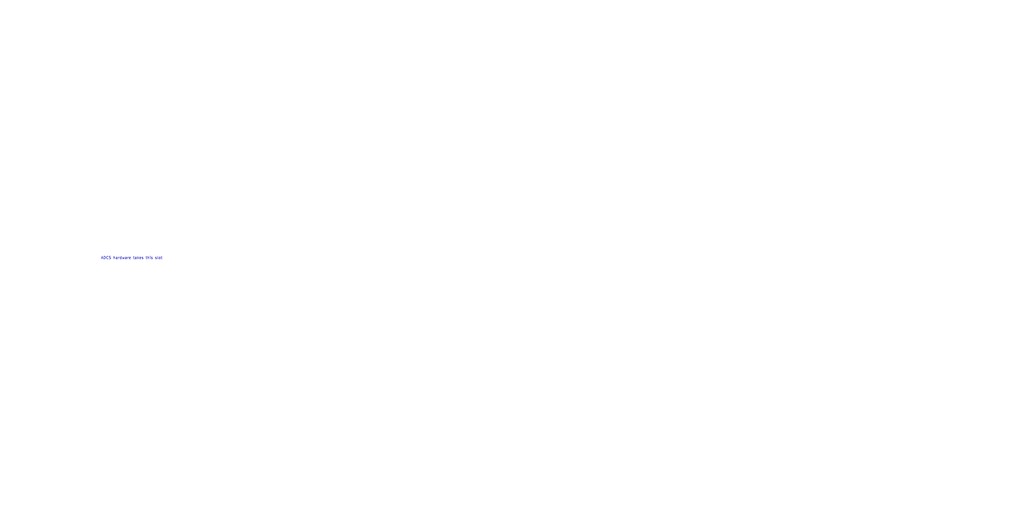
<source format=kicad_sch>
(kicad_sch (version 20211123) (generator eeschema)
  (paper "User" 490.22 254.406)
  (lib_symbols)
  (text "ADCS hardware takes this slot" (at 48.26 124.46 0) (effects (font (size 1.27 1.27)) (justify left bottom)))
)
</source>
